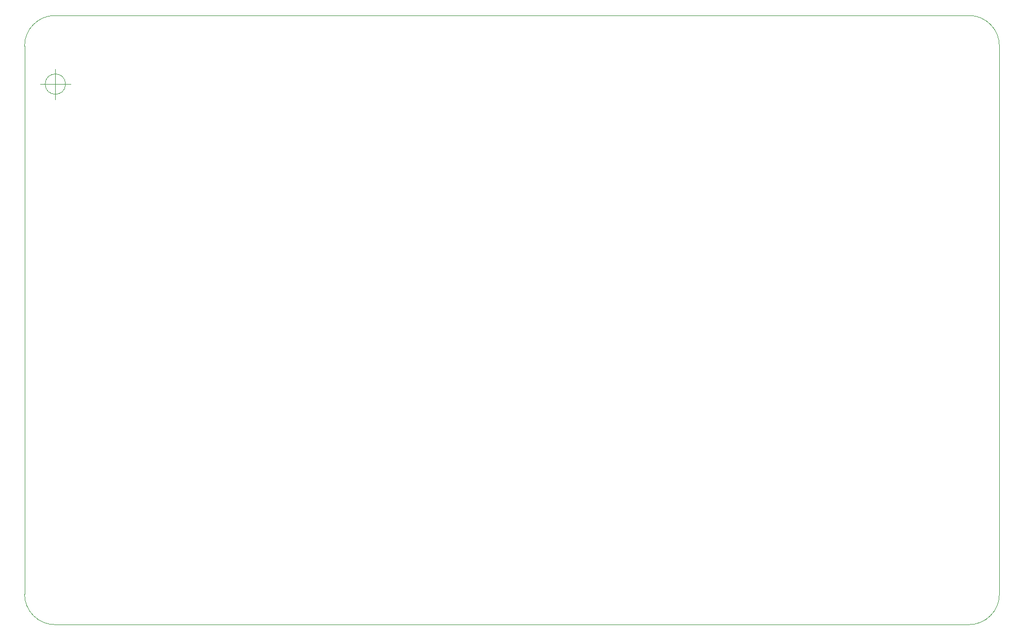
<source format=gbr>
%TF.GenerationSoftware,KiCad,Pcbnew,(5.1.10-1-10_14)*%
%TF.CreationDate,2021-09-24T10:22:15+02:00*%
%TF.ProjectId,sesame-fonctionnel,73657361-6d65-42d6-966f-6e6374696f6e,rev?*%
%TF.SameCoordinates,Original*%
%TF.FileFunction,Profile,NP*%
%FSLAX46Y46*%
G04 Gerber Fmt 4.6, Leading zero omitted, Abs format (unit mm)*
G04 Created by KiCad (PCBNEW (5.1.10-1-10_14)) date 2021-09-24 10:22:15*
%MOMM*%
%LPD*%
G01*
G04 APERTURE LIST*
%TA.AperFunction,Profile*%
%ADD10C,0.050000*%
%TD*%
G04 APERTURE END LIST*
D10*
X86726666Y-71265000D02*
G75*
G03*
X86726666Y-71265000I-1666666J0D01*
G01*
X82560000Y-71265000D02*
X87560000Y-71265000D01*
X85060000Y-68765000D02*
X85060000Y-73765000D01*
X235000000Y-60000000D02*
X85000000Y-60000000D01*
X240000000Y-155000000D02*
X240000000Y-65000000D01*
X85000000Y-160000000D02*
X235000000Y-160000000D01*
X80000000Y-65000000D02*
X80000000Y-155000000D01*
X240000000Y-155000000D02*
G75*
G02*
X235000000Y-160000000I-5000000J0D01*
G01*
X235000000Y-60000000D02*
G75*
G02*
X240000000Y-65000000I0J-5000000D01*
G01*
X80000000Y-65000000D02*
G75*
G02*
X85000000Y-60000000I5000000J0D01*
G01*
X85000000Y-160000000D02*
G75*
G02*
X80000000Y-155000000I0J5000000D01*
G01*
M02*

</source>
